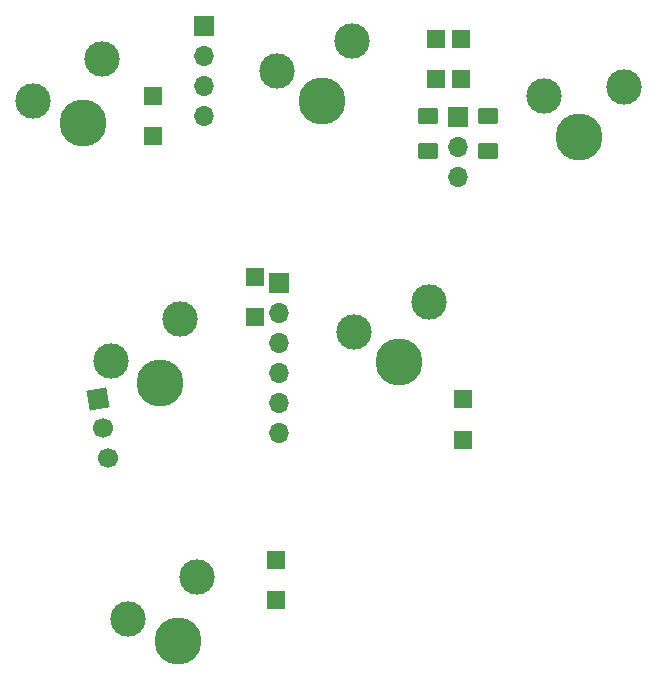
<source format=gts>
G04 Layer: BottomSilkscreenLayer*
G04 EasyEDA v6.5.25, 2023-03-20 21:11:36*
**********************************至少这一行要换成自己的************************************
G04 Gerber Generator version 0.2*
G04 Scale: 100 percent, Rotated: No, Reflected: No *
G04 Dimensions in millimeters  *
G04 leading zeros omitted , absolute positions ,3 integer and 6 decimal *
G04 #@! TF.GenerationSoftware,KiCad,Pcbnew,7.0.7*
G04 #@! TF.CreationDate,2024-02-03T15:44:35+08:00*
G04 #@! TF.ProjectId,flex,666c6578-2e6b-4696-9361-645f70636258,rev?*
G04 #@! TF.SameCoordinates,Original*
G04 #@! TF.FileFunction,Soldermask,Top*
G04 #@! TF.FilePolarity,Negative*
%FSLAX46Y46*%
G04 Gerber Fmt 4.6, Leading zero omitted, Abs format (unit mm)*
G04 Created by KiCad (PCBNEW 7.0.7) date 2024-02-03 15:44:35*
%MOMM*%
%LPD*%
G01*
G04 APERTURE LIST*
G04 Aperture macros list*
%AMRoundRect*
0 Rectangle with rounded corners*
0 $1 Rounding radius*
0 $2 $3 $4 $5 $6 $7 $8 $9 X,Y pos of 4 corners*
0 Add a 4 corners polygon primitive as box body*
4,1,4,$2,$3,$4,$5,$6,$7,$8,$9,$2,$3,0*
0 Add four circle primitives for the rounded corners*
1,1,$1+$1,$2,$3*
1,1,$1+$1,$4,$5*
1,1,$1+$1,$6,$7*
1,1,$1+$1,$8,$9*
0 Add four rect primitives between the rounded corners*
20,1,$1+$1,$2,$3,$4,$5,0*
20,1,$1+$1,$4,$5,$6,$7,0*
20,1,$1+$1,$6,$7,$8,$9,0*
20,1,$1+$1,$8,$9,$2,$3,0*%
%AMHorizOval*
0 Thick line with rounded ends*
0 $1 width*
0 $2 $3 position (X,Y) of the first rounded end (center of the circle)*
0 $4 $5 position (X,Y) of the second rounded end (center of the circle)*
0 Add line between two ends*
20,1,$1,$2,$3,$4,$5,0*
0 Add two circle primitives to create the rounded ends*
1,1,$1,$2,$3*
1,1,$1,$4,$5*%
%AMRotRect*
0 Rectangle, with rotation*
0 The origin of the aperture is its center*
0 $1 length*
0 $2 width*
0 $3 Rotation angle, in degrees counterclockwise*
0 Add horizontal line*
21,1,$1,$2,0,0,$3*%
G04 Aperture macros list end*
%ADD10RotRect,1.700000X1.700000X10.000000*%
%ADD11HorizOval,1.700000X0.000000X0.000000X0.000000X0.000000X0*%
%ADD12C,3.000000*%
%ADD13C,3.987800*%
%ADD14R,1.524000X1.524000*%
%ADD15R,1.700000X1.700000*%
%ADD16O,1.700000X1.700000*%
%ADD17RoundRect,0.250001X-0.624999X0.462499X-0.624999X-0.462499X0.624999X-0.462499X0.624999X0.462499X0*%
G04 APERTURE END LIST*
D10*
X68770000Y-77710000D03*
D11*
X69211066Y-80211412D03*
X69652133Y-82712823D03*
D12*
X83915326Y-50002185D03*
D13*
X87725326Y-52542185D03*
D12*
X90265326Y-47462185D03*
D14*
X73424526Y-52061785D03*
X73424526Y-55461785D03*
X83872275Y-91345142D03*
X83872275Y-94745142D03*
D12*
X71346416Y-96407388D03*
D13*
X75539600Y-98247200D03*
D12*
X77158879Y-92803310D03*
D14*
X82080000Y-70806000D03*
X82080000Y-67406000D03*
D12*
X90474800Y-72034400D03*
D13*
X94284800Y-74574400D03*
D12*
X96824800Y-69494400D03*
D15*
X84130000Y-67920000D03*
D16*
X84130000Y-70460000D03*
X84130000Y-73000000D03*
X84130000Y-75540000D03*
X84130000Y-78080000D03*
X84130000Y-80620000D03*
D12*
X63313742Y-52531173D03*
D13*
X67506926Y-54370985D03*
D12*
X69126205Y-48927095D03*
D17*
X96740526Y-53780285D03*
X96740526Y-56755285D03*
D14*
X99490526Y-47267785D03*
X99490526Y-50667785D03*
D15*
X77740526Y-46167785D03*
D16*
X77740526Y-48707785D03*
X77740526Y-51247785D03*
X77740526Y-53787785D03*
D17*
X101840526Y-53775285D03*
X101840526Y-56750285D03*
D14*
X97424526Y-47261785D03*
X97424526Y-50661785D03*
X99670000Y-77774000D03*
X99670000Y-81174000D03*
D12*
X69873216Y-74563388D03*
D13*
X74066400Y-76403200D03*
D12*
X75685679Y-70959310D03*
X106556238Y-52047602D03*
D13*
X109518526Y-55539385D03*
D12*
X113360368Y-51356294D03*
D15*
X99240526Y-53827785D03*
D16*
X99240526Y-56367785D03*
X99240526Y-58907785D03*
M02*

</source>
